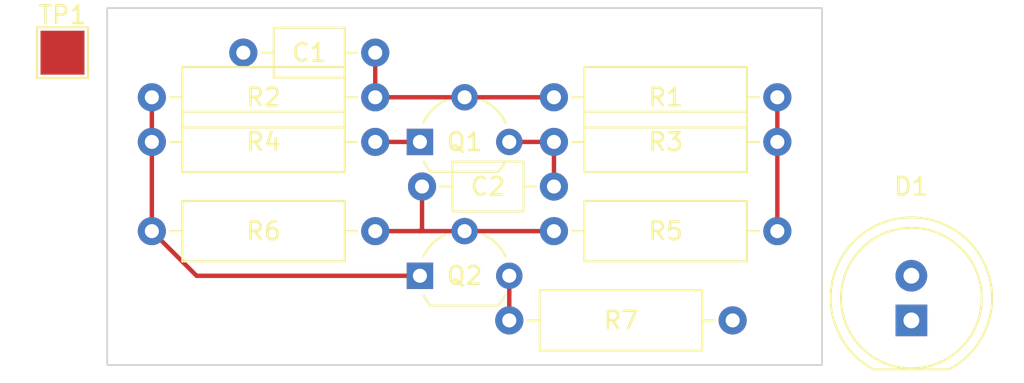
<source format=kicad_pcb>
(kicad_pcb (version 20221018) (generator pcbnew)
  (layers (0 "F.Cu" signal) (31 "B.Cu" signal) (34 "B.Paste" user) (35 "F.Paste" user) (36 "B.SilkS" user "B.Silkscreen") (37 "F.SilkS" user "F.Silkscreen") (38 "B.Mask" user) (39 "F.Mask" user) (44 "Edge.Cuts" user))
  (net 0 "")
  (net 1 "Net-(C1-Pad1)")
  (net 2 "Net-(Q1-B)")
  (net 3 "Net-(Q1-C)")
  (net 4 "Net-(Q2-B)")
  (net 5 "Net-(D1-K)")
  (net 6 "+12V")
  (net 7 "Net-(Q1-E)")
  (net 8 "GND")
  (net 9 "Net-(Q2-C)")
  (footprint "Resistor_THT:R_Axial_DIN0309_L9.0mm_D3.2mm_P12.70mm_Horizontal" (layer "F.Cu") (at 116.84 127 180)
    (fp_text reference "R7" (at 6.35 0) (layer "F.SilkS"))
    (fp_text value "330")
    (fp_line (start 1.04 0) (end 1.73 0) (stroke (width 0.12)) (layer "F.SilkS"))
    (fp_line (start 1.73 -1.72) (end 1.73 1.72) (stroke (width 0.12)) (layer "F.SilkS"))
    (fp_line (start 1.73 1.72) (end 10.97 1.72) (stroke (width 0.12)) (layer "F.SilkS"))
    (fp_line (start 10.97 -1.72) (end 1.73 -1.72) (stroke (width 0.12)) (layer "F.SilkS"))
    (fp_line (start 10.97 1.72) (end 10.97 -1.72) (stroke (width 0.12)) (layer "F.SilkS"))
    (fp_line (start 11.66 0) (end 10.97 0) (stroke (width 0.12)) (layer "F.SilkS"))
    (pad "1" thru_hole circle (at 0 0 180) (size 1.6 1.6) (drill 0.8) (layers "*.Cu" "*.Mask") (net 5 "Net-(D1-K)"))
    (pad "2" thru_hole oval (at 12.7 0 180) (size 1.6 1.6) (drill 0.8) (layers "*.Cu" "*.Mask") (net 9 "Net-(Q2-C)"))
  )
  (footprint "Resistor_THT:R_Axial_DIN0309_L9.0mm_D3.2mm_P12.70mm_Horizontal" (layer "F.Cu") (at 119.38 116.84 180)
    (fp_text reference "R3" (at 6.35 0) (layer "F.SilkS"))
    (fp_text value "3k3")
    (fp_line (start 1.04 0) (end 1.73 0) (stroke (width 0.12)) (layer "F.SilkS"))
    (fp_line (start 1.73 -1.72) (end 1.73 1.72) (stroke (width 0.12)) (layer "F.SilkS"))
    (fp_line (start 1.73 1.72) (end 10.97 1.72) (stroke (width 0.12)) (layer "F.SilkS"))
    (fp_line (start 10.97 -1.72) (end 1.73 -1.72) (stroke (width 0.12)) (layer "F.SilkS"))
    (fp_line (start 10.97 1.72) (end 10.97 -1.72) (stroke (width 0.12)) (layer "F.SilkS"))
    (fp_line (start 11.66 0) (end 10.97 0) (stroke (width 0.12)) (layer "F.SilkS"))
    (pad "1" thru_hole circle (at 0 0 180) (size 1.6 1.6) (drill 0.8) (layers "*.Cu" "*.Mask") (net 6 "+12V"))
    (pad "2" thru_hole oval (at 12.7 0 180) (size 1.6 1.6) (drill 0.8) (layers "*.Cu" "*.Mask") (net 3 "Net-(Q1-C)"))
  )
  (footprint "Package_TO_SOT_THT:TO-92L_Wide" (layer "F.Cu") (at 99.06 116.84)
    (fp_text reference "Q1" (at 2.54 0) (layer "F.SilkS"))
    (fp_text value "2N3904")
    (fp_line (start 0.6 1.7) (end 4.45 1.7) (stroke (width 0.12)) (layer "F.SilkS"))
    (fp_arc (start 0.192226 -1.094786) (mid 0.710119 -1.833613) (end 1.45 -2.35) (stroke (width 0.12)) (layer "F.SilkS"))
    (fp_arc (start 0.6 1.7) (mid 0.389183 1.423933) (end 0.217369 1.122045) (stroke (width 0.12)) (layer "F.SilkS"))
    (fp_arc (start 3.6 -2.35) (mid 4.351408 -1.834367) (end 4.876463 -1.089513) (stroke (width 0.12)) (layer "F.SilkS"))
    (fp_arc (start 4.842383 1.112264) (mid 4.666594 1.419753) (end 4.45 1.7) (stroke (width 0.12)) (layer "F.SilkS"))
    (pad "1" thru_hole rect (at 0 0) (size 1.5 1.5) (drill 0.8) (layers "*.Cu" "*.Mask") (net 7 "Net-(Q1-E)"))
    (pad "2" thru_hole circle (at 2.54 -2.54) (size 1.5 1.5) (drill 0.8) (layers "*.Cu" "*.Mask") (net 2 "Net-(Q1-B)"))
    (pad "3" thru_hole circle (at 5.08 0) (size 1.5 1.5) (drill 0.8) (layers "*.Cu" "*.Mask") (net 3 "Net-(Q1-C)"))
  )
  (footprint "Resistor_THT:R_Axial_DIN0309_L9.0mm_D3.2mm_P12.70mm_Horizontal" (layer "F.Cu") (at 96.52 121.92 180)
    (fp_text reference "R6" (at 6.35 0) (layer "F.SilkS"))
    (fp_text value "150")
    (fp_line (start 1.04 0) (end 1.73 0) (stroke (width 0.12)) (layer "F.SilkS"))
    (fp_line (start 1.73 -1.72) (end 1.73 1.72) (stroke (width 0.12)) (layer "F.SilkS"))
    (fp_line (start 1.73 1.72) (end 10.97 1.72) (stroke (width 0.12)) (layer "F.SilkS"))
    (fp_line (start 10.97 -1.72) (end 1.73 -1.72) (stroke (width 0.12)) (layer "F.SilkS"))
    (fp_line (start 10.97 1.72) (end 10.97 -1.72) (stroke (width 0.12)) (layer "F.SilkS"))
    (fp_line (start 11.66 0) (end 10.97 0) (stroke (width 0.12)) (layer "F.SilkS"))
    (pad "1" thru_hole circle (at 0 0 180) (size 1.6 1.6) (drill 0.8) (layers "*.Cu" "*.Mask") (net 4 "Net-(Q2-B)"))
    (pad "2" thru_hole oval (at 12.7 0 180) (size 1.6 1.6) (drill 0.8) (layers "*.Cu" "*.Mask") (net 8 "GND"))
  )
  (footprint "Resistor_THT:R_Axial_DIN0309_L9.0mm_D3.2mm_P12.70mm_Horizontal" (layer "F.Cu") (at 96.52 114.3 180)
    (fp_text reference "R2" (at 6.35 0) (layer "F.SilkS"))
    (fp_text value "3k3")
    (fp_line (start 1.04 0) (end 1.73 0) (stroke (width 0.12)) (layer "F.SilkS"))
    (fp_line (start 1.73 -1.72) (end 1.73 1.72) (stroke (width 0.12)) (layer "F.SilkS"))
    (fp_line (start 1.73 1.72) (end 10.97 1.72) (stroke (width 0.12)) (layer "F.SilkS"))
    (fp_line (start 10.97 -1.72) (end 1.73 -1.72) (stroke (width 0.12)) (layer "F.SilkS"))
    (fp_line (start 10.97 1.72) (end 10.97 -1.72) (stroke (width 0.12)) (layer "F.SilkS"))
    (fp_line (start 11.66 0) (end 10.97 0) (stroke (width 0.12)) (layer "F.SilkS"))
    (pad "1" thru_hole circle (at 0 0 180) (size 1.6 1.6) (drill 0.8) (layers "*.Cu" "*.Mask") (net 2 "Net-(Q1-B)"))
    (pad "2" thru_hole oval (at 12.7 0 180) (size 1.6 1.6) (drill 0.8) (layers "*.Cu" "*.Mask") (net 8 "GND"))
  )
  (footprint "Resistor_THT:R_Axial_DIN0309_L9.0mm_D3.2mm_P12.70mm_Horizontal" (layer "F.Cu") (at 96.52 116.84 180)
    (fp_text reference "R4" (at 6.35 0) (layer "F.SilkS"))
    (fp_text value "150")
    (fp_line (start 1.04 0) (end 1.73 0) (stroke (width 0.12)) (layer "F.SilkS"))
    (fp_line (start 1.73 -1.72) (end 1.73 1.72) (stroke (width 0.12)) (layer "F.SilkS"))
    (fp_line (start 1.73 1.72) (end 10.97 1.72) (stroke (width 0.12)) (layer "F.SilkS"))
    (fp_line (start 10.97 -1.72) (end 1.73 -1.72) (stroke (width 0.12)) (layer "F.SilkS"))
    (fp_line (start 10.97 1.72) (end 10.97 -1.72) (stroke (width 0.12)) (layer "F.SilkS"))
    (fp_line (start 11.66 0) (end 10.97 0) (stroke (width 0.12)) (layer "F.SilkS"))
    (pad "1" thru_hole circle (at 0 0 180) (size 1.6 1.6) (drill 0.8) (layers "*.Cu" "*.Mask") (net 7 "Net-(Q1-E)"))
    (pad "2" thru_hole oval (at 12.7 0 180) (size 1.6 1.6) (drill 0.8) (layers "*.Cu" "*.Mask") (net 8 "GND"))
  )
  (footprint "Resistor_THT:R_Axial_DIN0309_L9.0mm_D3.2mm_P12.70mm_Horizontal" (layer "F.Cu") (at 119.38 114.3 180)
    (fp_text reference "R1" (at 6.35 0) (layer "F.SilkS"))
    (fp_text value "33k")
    (fp_line (start 1.04 0) (end 1.73 0) (stroke (width 0.12)) (layer "F.SilkS"))
    (fp_line (start 1.73 -1.72) (end 1.73 1.72) (stroke (width 0.12)) (layer "F.SilkS"))
    (fp_line (start 1.73 1.72) (end 10.97 1.72) (stroke (width 0.12)) (layer "F.SilkS"))
    (fp_line (start 10.97 -1.72) (end 1.73 -1.72) (stroke (width 0.12)) (layer "F.SilkS"))
    (fp_line (start 10.97 1.72) (end 10.97 -1.72) (stroke (width 0.12)) (layer "F.SilkS"))
    (fp_line (start 11.66 0) (end 10.97 0) (stroke (width 0.12)) (layer "F.SilkS"))
    (pad "1" thru_hole circle (at 0 0 180) (size 1.6 1.6) (drill 0.8) (layers "*.Cu" "*.Mask") (net 6 "+12V"))
    (pad "2" thru_hole oval (at 12.7 0 180) (size 1.6 1.6) (drill 0.8) (layers "*.Cu" "*.Mask") (net 2 "Net-(Q1-B)"))
  )
  (footprint "Resistor_THT:R_Axial_DIN0309_L9.0mm_D3.2mm_P12.70mm_Horizontal" (layer "F.Cu") (at 119.38 121.92 180)
    (fp_text reference "R5" (at 6.35 0) (layer "F.SilkS"))
    (fp_text value "3k3")
    (fp_line (start 1.04 0) (end 1.73 0) (stroke (width 0.12)) (layer "F.SilkS"))
    (fp_line (start 1.73 -1.72) (end 1.73 1.72) (stroke (width 0.12)) (layer "F.SilkS"))
    (fp_line (start 1.73 1.72) (end 10.97 1.72) (stroke (width 0.12)) (layer "F.SilkS"))
    (fp_line (start 10.97 -1.72) (end 1.73 -1.72) (stroke (width 0.12)) (layer "F.SilkS"))
    (fp_line (start 10.97 1.72) (end 10.97 -1.72) (stroke (width 0.12)) (layer "F.SilkS"))
    (fp_line (start 11.66 0) (end 10.97 0) (stroke (width 0.12)) (layer "F.SilkS"))
    (pad "1" thru_hole circle (at 0 0 180) (size 1.6 1.6) (drill 0.8) (layers "*.Cu" "*.Mask") (net 6 "+12V"))
    (pad "2" thru_hole oval (at 12.7 0 180) (size 1.6 1.6) (drill 0.8) (layers "*.Cu" "*.Mask") (net 4 "Net-(Q2-B)"))
  )
  (footprint "Capacitor_THT:C_Axial_L3.8mm_D2.6mm_P7.50mm_Horizontal" (layer "F.Cu") (at 89.02 111.76)
    (fp_text reference "C1" (at 3.75 0) (layer "F.SilkS"))
    (fp_text value "1u")
    (fp_line (start 1.04 0) (end 1.73 0) (stroke (width 0.12)) (layer "F.SilkS"))
    (fp_line (start 1.73 -1.42) (end 1.73 1.42) (stroke (width 0.12)) (layer "F.SilkS"))
    (fp_line (start 1.73 1.42) (end 5.77 1.42) (stroke (width 0.12)) (layer "F.SilkS"))
    (fp_line (start 5.77 -1.42) (end 1.73 -1.42) (stroke (width 0.12)) (layer "F.SilkS"))
    (fp_line (start 5.77 1.42) (end 5.77 -1.42) (stroke (width 0.12)) (layer "F.SilkS"))
    (fp_line (start 6.46 0) (end 5.77 0) (stroke (width 0.12)) (layer "F.SilkS"))
    (pad "1" thru_hole circle (at 0 0) (size 1.6 1.6) (drill 0.8) (layers "*.Cu" "*.Mask") (net 1 "Net-(C1-Pad1)"))
    (pad "2" thru_hole oval (at 7.5 0) (size 1.6 1.6) (drill 0.8) (layers "*.Cu" "*.Mask") (net 2 "Net-(Q1-B)"))
  )
  (footprint "TestPoint:TestPoint_Pad_2.5x2.5mm" (layer "F.Cu") (at 78.74 111.76)
    (fp_text reference "TP1" (at 0 -2.148) (layer "F.SilkS"))
    (fp_text value "TestPoint")
    (fp_line (start -1.45 -1.45) (end 1.45 -1.45) (stroke (width 0.12)) (layer "F.SilkS"))
    (fp_line (start -1.45 1.45) (end -1.45 -1.45) (stroke (width 0.12)) (layer "F.SilkS"))
    (fp_line (start 1.45 -1.45) (end 1.45 1.45) (stroke (width 0.12)) (layer "F.SilkS"))
    (fp_line (start 1.45 1.45) (end -1.45 1.45) (stroke (width 0.12)) (layer "F.SilkS"))
    (pad "1" smd rect (at 0 0) (size 2.5 2.5) (layers "F.Cu" "F.Mask") (net 1 "Net-(C1-Pad1)"))
  )
  (footprint "Capacitor_THT:C_Axial_L3.8mm_D2.6mm_P7.50mm_Horizontal" (layer "F.Cu") (at 106.68 119.38 180)
    (fp_text reference "C2" (at 3.75 0) (layer "F.SilkS"))
    (fp_text value "1u")
    (fp_line (start 1.04 0) (end 1.73 0) (stroke (width 0.12)) (layer "F.SilkS"))
    (fp_line (start 1.73 -1.42) (end 1.73 1.42) (stroke (width 0.12)) (layer "F.SilkS"))
    (fp_line (start 1.73 1.42) (end 5.77 1.42) (stroke (width 0.12)) (layer "F.SilkS"))
    (fp_line (start 5.77 -1.42) (end 1.73 -1.42) (stroke (width 0.12)) (layer "F.SilkS"))
    (fp_line (start 5.77 1.42) (end 5.77 -1.42) (stroke (width 0.12)) (layer "F.SilkS"))
    (fp_line (start 6.46 0) (end 5.77 0) (stroke (width 0.12)) (layer "F.SilkS"))
    (pad "1" thru_hole circle (at 0 0 180) (size 1.6 1.6) (drill 0.8) (layers "*.Cu" "*.Mask") (net 3 "Net-(Q1-C)"))
    (pad "2" thru_hole oval (at 7.5 0 180) (size 1.6 1.6) (drill 0.8) (layers "*.Cu" "*.Mask") (net 4 "Net-(Q2-B)"))
  )
  (footprint "Package_TO_SOT_THT:TO-92L_Wide" (layer "F.Cu") (at 99.06 124.46)
    (fp_text reference "Q2" (at 2.54 0) (layer "F.SilkS"))
    (fp_text value "2N3904")
    (fp_line (start 0.6 1.7) (end 4.45 1.7) (stroke (width 0.12)) (layer "F.SilkS"))
    (fp_arc (start 0.192226 -1.094786) (mid 0.710119 -1.833613) (end 1.45 -2.35) (stroke (width 0.12)) (layer "F.SilkS"))
    (fp_arc (start 0.6 1.7) (mid 0.389183 1.423933) (end 0.217369 1.122045) (stroke (width 0.12)) (layer "F.SilkS"))
    (fp_arc (start 3.6 -2.35) (mid 4.351408 -1.834367) (end 4.876463 -1.089513) (stroke (width 0.12)) (layer "F.SilkS"))
    (fp_arc (start 4.842383 1.112264) (mid 4.666594 1.419753) (end 4.45 1.7) (stroke (width 0.12)) (layer "F.SilkS"))
    (pad "1" thru_hole rect (at 0 0) (size 1.5 1.5) (drill 0.8) (layers "*.Cu" "*.Mask") (net 8 "GND"))
    (pad "2" thru_hole circle (at 2.54 -2.54) (size 1.5 1.5) (drill 0.8) (layers "*.Cu" "*.Mask") (net 4 "Net-(Q2-B)"))
    (pad "3" thru_hole circle (at 5.08 0) (size 1.5 1.5) (drill 0.8) (layers "*.Cu" "*.Mask") (net 9 "Net-(Q2-C)"))
  )
  (footprint "LED_THT:LED_D8.0mm" (layer "F.Cu") (at 127 127 90)
    (fp_text reference "D1" (at 7.62 0 180) (layer "F.SilkS"))
    (fp_text value "LED")
    (fp_line (start -2.79 -2.142) (end -2.79 2.142) (stroke (width 0.12)) (layer "F.SilkS"))
    (fp_arc (start -2.79 -2.141145) (mid 2.373119 -4.455472) (end 5.86 0.000486) (stroke (width 0.12)) (layer "F.SilkS"))
    (fp_arc (start 5.86 -0.000486) (mid 2.373119 4.455472) (end -2.79 2.141145) (stroke (width 0.12)) (layer "F.SilkS"))
    (fp_circle (center 1.27 0) (end 5.27 0) (stroke (width 0.12)) (fill none) (layer "F.SilkS"))
    (pad "1" thru_hole rect (at 0 0 90) (size 1.8 1.8) (drill 0.9) (layers "*.Cu" "*.Mask") (net 5 "Net-(D1-K)"))
    (pad "2" thru_hole circle (at 2.54 0 90) (size 1.8 1.8) (drill 0.9) (layers "*.Cu" "*.Mask") (net 6 "+12V"))
  )
  (gr_rect (start 121.92 109.22) (end 81.28 129.54) (stroke (width 0.1)) (fill none) (layer "Edge.Cuts"))
  (segment (start 101.6 114.3) (end 106.68 114.3) (width 0.25) (layer "F.Cu") (net 2))
  (segment (start 96.52 114.3) (end 101.6 114.3) (width 0.25) (layer "F.Cu") (net 2))
  (segment (start 96.52 111.76) (end 96.52 114.3) (width 0.25) (layer "F.Cu") (net 2))
  (segment (start 106.68 116.84) (end 106.68 119.38) (width 0.25) (layer "F.Cu") (net 3))
  (segment (start 104.14 116.84) (end 106.68 116.84) (width 0.25) (layer "F.Cu") (net 3))
  (segment (start 99.18 121.8) (end 99.06 121.92) (width 0.25) (layer "F.Cu") (net 4))
  (segment (start 101.6 121.92) (end 99.06 121.92) (width 0.25) (layer "F.Cu") (net 4))
  (segment (start 99.18 119.38) (end 99.18 121.8) (width 0.25) (layer "F.Cu") (net 4))
  (segment (start 101.6 121.92) (end 106.68 121.92) (width 0.25) (layer "F.Cu") (net 4))
  (segment (start 99.06 121.92) (end 96.52 121.92) (width 0.25) (layer "F.Cu") (net 4))
  (segment (start 101.6 121.8) (end 101.6 121.92) (width 0.25) (layer "F.Cu") (net 4))
  (segment (start 119.38 114.3) (end 119.38 116.84) (width 0.25) (layer "F.Cu") (net 6))
  (segment (start 119.38 116.84) (end 119.38 121.92) (width 0.25) (layer "F.Cu") (net 6))
  (segment (start 99.06 116.84) (end 96.52 116.84) (width 0.25) (layer "F.Cu") (net 7))
  (segment (start 83.82 114.3) (end 83.82 116.84) (width 0.25) (layer "F.Cu") (net 8))
  (segment (start 99.06 124.46) (end 86.36 124.46) (width 0.25) (layer "F.Cu") (net 8))
  (segment (start 83.82 116.84) (end 83.82 121.92) (width 0.25) (layer "F.Cu") (net 8))
  (segment (start 86.36 124.46) (end 83.82 121.92) (width 0.25) (layer "F.Cu") (net 8))
  (segment (start 104.14 124.46) (end 104.14 127) (width 0.25) (layer "F.Cu") (net 9))
)
</source>
